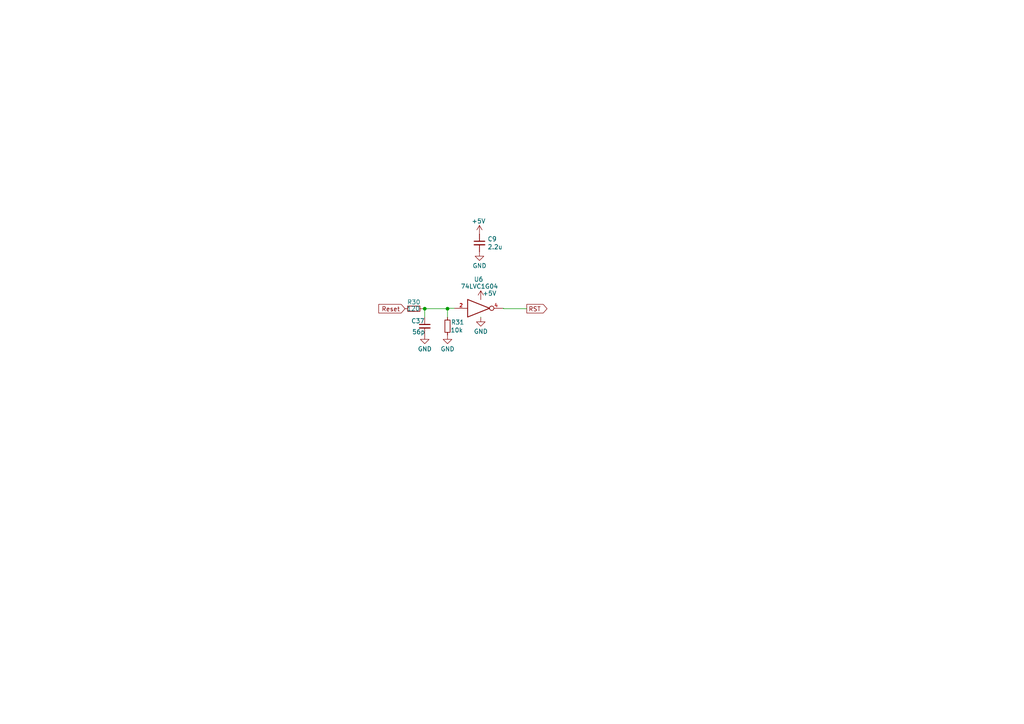
<source format=kicad_sch>
(kicad_sch (version 20231120) (generator "eeschema") (generator_version "8.0")
  (paper "A4")
  (lib_symbols
    (symbol "74xGxx:74LVC1G04" (pin_names (offset 1.016))
      (property "Reference" "U" (at -2.54 3.81 0))
      (property "Value" "74LVC1G04" (at 0 -3.81 0))
      (symbol "74LVC1G04_0_1"
        (polyline (pts (xy -3.81 2.54) (xy -3.81 -2.54) (xy 2.54 0) (xy -3.81 2.54)) (stroke (width 0.254)))
      )
      (symbol "74LVC1G04_1_1"
        (pin input line (at -7.62 0 0) (length 3.81) (name "~") (number "2"))
        (pin power_in line (at 0 -2.54 270) (length 0) hide (name "GND") (number "3"))
        (pin output inverted (at 6.35 0 180) (length 3.81) (name "~") (number "4"))
        (pin power_in line (at 0 2.54 90) (length 0) hide (name "VCC") (number "5"))
      )
    )
    (symbol "Device:C_Small" (pin_numbers hide) (pin_names (offset 0.254) hide)
      (property "Reference" "C" (at 0.254 1.778 0))
      (property "Value" "C_Small" (at 0.254 -2.032 0))
      (symbol "C_Small_0_1"
        (polyline (pts (xy -1.524 -0.508) (xy 1.524 -0.508)) (stroke (width 0.3302)))
        (polyline (pts (xy -1.524 0.508) (xy 1.524 0.508)) (stroke (width 0.3048)))
      )
      (symbol "C_Small_1_1"
        (pin passive line (at 0 2.54 270) (length 2.032) (name "~") (number "1"))
        (pin passive line (at 0 -2.54 90) (length 2.032) (name "~") (number "2"))
      )
    )
    (symbol "Device:R_Small" (pin_numbers hide) (pin_names (offset 0.254) hide)
      (property "Reference" "R" (at 0.762 0.508 0))
      (property "Value" "R_Small" (at 0.762 -1.016 0))
      (symbol "R_Small_0_1"
        (rectangle (start -0.762 1.778) (end 0.762 -1.778) (stroke (width 0.2032)))
      )
      (symbol "R_Small_1_1"
        (pin passive line (at 0 2.54 270) (length 0.762) (name "~") (number "1"))
        (pin passive line (at 0 -2.54 90) (length 0.762) (name "~") (number "2"))
      )
    )
    (symbol "power:+5V" (power) (pin_numbers hide) (pin_names (offset 0) hide)
      (property "Value" "+5V" (at 0 3.556 0))
      (symbol "+5V_0_1"
        (polyline (pts (xy -0.762 1.27) (xy 0 2.54)))
        (polyline (pts (xy 0 0) (xy 0 2.54)))
        (polyline (pts (xy 0 2.54) (xy 0.762 1.27)))
      )
      (symbol "+5V_1_1"
        (pin power_in line (at 0 0 90) (length 0) (name "~") (number "1"))
      )
    )
    (symbol "power:GND" (power) (pin_names (offset 0))
      (property "Value" "GND" (at 0 -3.81 0))
      (symbol "GND_0_1"
        (polyline (pts (xy 0 0) (xy 0 -1.27) (xy 1.27 -1.27) (xy 0 -2.54) (xy -1.27 -1.27) (xy 0 -1.27)))
      )
      (symbol "GND_1_1"
        (pin power_in line (at 0 0 270) (length 0) hide (name "GND") (number "1"))
      )
    )
  )
  (junction (at 129.794 89.535))
  (junction (at 123.19 89.535))
  (wire (pts (xy 129.794 89.408) (xy 131.826 89.408)))
  (wire (pts (xy 122.555 89.535) (xy 123.19 89.535)))
  (wire (pts (xy 139.446 91.948) (xy 139.446 92.075)))
  (wire (pts (xy 129.794 92.075) (xy 129.794 89.535)))
  (wire (pts (xy 129.794 89.408) (xy 129.794 89.535)))
  (wire (pts (xy 146.05 89.535) (xy 152.781 89.535)))
  (wire (pts (xy 123.19 89.535) (xy 129.794 89.535)))
  (wire (pts (xy 145.796 89.408) (xy 146.05 89.408)))
  (wire (pts (xy 146.05 89.408) (xy 146.05 89.535)))
  (wire (pts (xy 123.19 89.535) (xy 123.19 92.075)))
  (global_label "RST" (shape output) (at 152.781 89.535 0) (property "Intersheetrefs" "${INTERSHEET_REFS}" (effects (hide yes))))
  (global_label "Reset" (shape input) (at 117.475 89.535 180) (property "Intersheetrefs" "${INTERSHEET_REFS}" (effects (hide yes))))
  (symbol (lib_id "power:GND") (at 139.065 73.025 0) (unit 1)
    (property "Reference" "#PWR070" (effects (hide yes)))
    (property "Value" "GND" (at 137.033 77.089 0) (effects (justify left)))
  )
  (symbol (lib_id "power:GND") (at 123.19 97.155 0) (unit 1)
    (property "Reference" "#PWR082" (effects (hide yes)))
    (property "Value" "GND" (at 121.158 101.219 0) (effects (justify left)))
  )
  (symbol (lib_id "power:GND") (at 129.794 97.155 0) (unit 1)
    (property "Reference" "#PWR083" (effects (hide yes)))
    (property "Value" "GND" (at 127.762 101.219 0) (effects (justify left)))
  )
  (symbol (lib_id "power:+5V") (at 139.065 67.945 0) (unit 1)
    (property "Reference" "#PWR014" (effects (hide yes)))
    (property "Value" "+5V" (at 138.811 64.135 0))
    (property "Description" "Power symbol creates a global label with name \"+5V\"" (effects (hide yes)))
  )
  (symbol (lib_id "power:+5V") (at 139.446 86.868 0) (unit 1)
    (property "Reference" "#PWR044" (effects (hide yes)))
    (property "Value" "+5V" (at 141.986 85.09 0))
    (property "Description" "Power symbol creates a global label with name \"+5V\"" (effects (hide yes)))
  )
  (symbol (lib_id "Device:C_Small") (at 139.065 70.485 0) (unit 1)
    (property "Reference" "C9" (at 141.4018 69.3166 0) (effects (justify left)))
    (property "Value" "2.2u" (at 141.4018 71.628 0) (effects (justify left)))
    (property "Footprint" "Capacitor_SMD:C_0805_2012Metric_Pad1.18x1.45mm_HandSolder" (effects (hide yes)))
  )
  (symbol (lib_id "Device:R_Small") (at 129.794 94.615 0) (unit 1)
    (property "Reference" "R31" (at 132.715 93.472 0))
    (property "Value" "10k" (at 132.461 95.758 0))
    (property "Footprint" "Resistor_SMD:R_0805_2012Metric_Pad1.20x1.40mm_HandSolder" (effects (hide yes)))
  )
  (symbol (lib_id "Device:R_Small") (at 120.015 89.535 270) (unit 1)
    (property "Reference" "R30" (at 120.015 87.63 90))
    (property "Value" "120" (at 119.888 89.535 90))
    (property "Footprint" "Resistor_SMD:R_0805_2012Metric_Pad1.20x1.40mm_HandSolder" (effects (hide yes)))
  )
  (symbol (lib_id "Device:C_Small") (at 123.19 94.615 0) (unit 1)
    (property "Reference" "C37" (at 119.253 93.091 0) (effects (justify left)))
    (property "Value" "56p" (at 119.507 96.266 0) (effects (justify left)))
    (property "Footprint" "Capacitor_SMD:C_0805_2012Metric_Pad1.18x1.45mm_HandSolder" (effects (hide yes)))
  )
  (symbol (lib_id "power:GND") (at 139.446 92.075 0) (unit 1)
    (property "Reference" "#PWR084" (effects (hide yes)))
    (property "Value" "GND" (at 137.414 96.139 0) (effects (justify left)))
  )
  (symbol (lib_id "74xGxx:74LVC1G04") (at 139.446 89.408 0) (unit 1)
    (property "Reference" "U6" (at 138.811 81.026 0))
    (property "Value" "74LVC1G04" (at 139.065 83.058 0))
    (property "Footprint" "Package_TO_SOT_SMD:SOT-23-5_HandSoldering" (effects (hide yes)))
    (property "Datasheet" "http://www.ti.com/lit/sg/scyt129e/scyt129e.pdf" (effects (hide yes)))
  )
)
</source>
